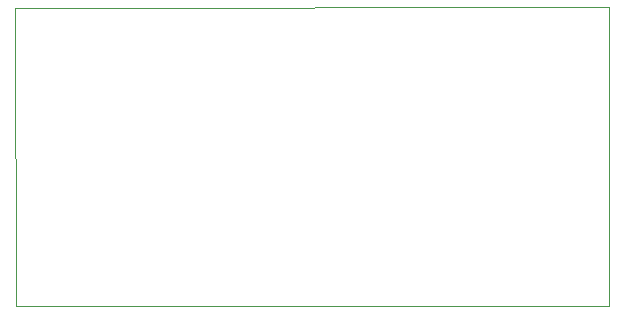
<source format=gm1>
%TF.GenerationSoftware,KiCad,Pcbnew,8.0.2-1*%
%TF.CreationDate,2024-05-23T15:55:47-04:00*%
%TF.ProjectId,humep1,68756d65-7031-42e6-9b69-6361645f7063,rev?*%
%TF.SameCoordinates,Original*%
%TF.FileFunction,Profile,NP*%
%FSLAX46Y46*%
G04 Gerber Fmt 4.6, Leading zero omitted, Abs format (unit mm)*
G04 Created by KiCad (PCBNEW 8.0.2-1) date 2024-05-23 15:55:47*
%MOMM*%
%LPD*%
G01*
G04 APERTURE LIST*
%TA.AperFunction,Profile*%
%ADD10C,0.050000*%
%TD*%
G04 APERTURE END LIST*
D10*
X87560000Y-77770000D02*
X37360000Y-77750000D01*
X37310000Y-52500000D02*
X37360000Y-77750000D01*
X87550000Y-52460000D02*
X87560000Y-77770000D01*
X87550000Y-52460000D02*
X37310000Y-52500000D01*
M02*

</source>
